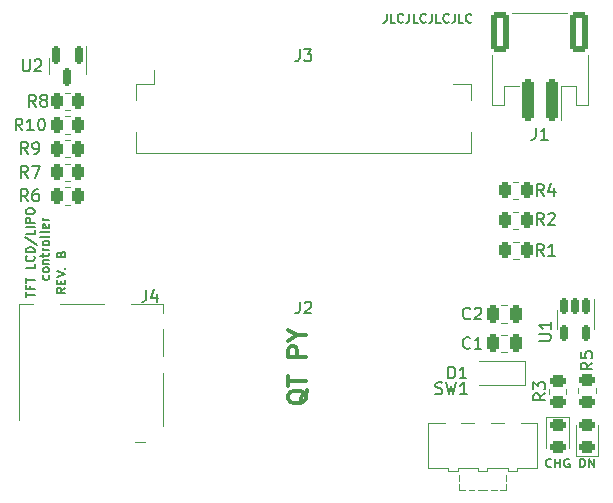
<source format=gbr>
%TF.GenerationSoftware,KiCad,Pcbnew,(6.0.6)*%
%TF.CreationDate,2022-12-15T15:37:10-06:00*%
%TF.ProjectId,Realm Card,5265616c-6d20-4436-9172-642e6b696361,A*%
%TF.SameCoordinates,Original*%
%TF.FileFunction,Legend,Top*%
%TF.FilePolarity,Positive*%
%FSLAX46Y46*%
G04 Gerber Fmt 4.6, Leading zero omitted, Abs format (unit mm)*
G04 Created by KiCad (PCBNEW (6.0.6)) date 2022-12-15 15:37:10*
%MOMM*%
%LPD*%
G01*
G04 APERTURE LIST*
G04 Aperture macros list*
%AMRoundRect*
0 Rectangle with rounded corners*
0 $1 Rounding radius*
0 $2 $3 $4 $5 $6 $7 $8 $9 X,Y pos of 4 corners*
0 Add a 4 corners polygon primitive as box body*
4,1,4,$2,$3,$4,$5,$6,$7,$8,$9,$2,$3,0*
0 Add four circle primitives for the rounded corners*
1,1,$1+$1,$2,$3*
1,1,$1+$1,$4,$5*
1,1,$1+$1,$6,$7*
1,1,$1+$1,$8,$9*
0 Add four rect primitives between the rounded corners*
20,1,$1+$1,$2,$3,$4,$5,0*
20,1,$1+$1,$4,$5,$6,$7,0*
20,1,$1+$1,$6,$7,$8,$9,0*
20,1,$1+$1,$8,$9,$2,$3,0*%
G04 Aperture macros list end*
%ADD10C,0.187500*%
%ADD11C,0.150000*%
%ADD12C,0.300000*%
%ADD13C,0.120000*%
%ADD14RoundRect,0.150000X-0.150000X0.587500X-0.150000X-0.587500X0.150000X-0.587500X0.150000X0.587500X0*%
%ADD15RoundRect,0.250000X0.262500X0.450000X-0.262500X0.450000X-0.262500X-0.450000X0.262500X-0.450000X0*%
%ADD16RoundRect,0.150000X-0.150000X0.512500X-0.150000X-0.512500X0.150000X-0.512500X0.150000X0.512500X0*%
%ADD17RoundRect,0.250000X-0.262500X-0.450000X0.262500X-0.450000X0.262500X0.450000X-0.262500X0.450000X0*%
%ADD18RoundRect,0.250000X-0.250000X-0.475000X0.250000X-0.475000X0.250000X0.475000X-0.250000X0.475000X0*%
%ADD19R,0.900000X1.200000*%
%ADD20RoundRect,0.243750X0.456250X-0.243750X0.456250X0.243750X-0.456250X0.243750X-0.456250X-0.243750X0*%
%ADD21R,0.850000X1.100000*%
%ADD22R,0.750000X1.100000*%
%ADD23R,1.200000X1.000000*%
%ADD24R,1.900000X1.350000*%
%ADD25R,1.170000X1.800000*%
%ADD26R,1.550000X1.350000*%
%ADD27RoundRect,0.250000X-0.450000X0.262500X-0.450000X-0.262500X0.450000X-0.262500X0.450000X0.262500X0*%
%ADD28RoundRect,0.250000X0.250000X1.500000X-0.250000X1.500000X-0.250000X-1.500000X0.250000X-1.500000X0*%
%ADD29RoundRect,0.250001X0.499999X1.449999X-0.499999X1.449999X-0.499999X-1.449999X0.499999X-1.449999X0*%
%ADD30C,0.900000*%
%ADD31R,1.250000X2.500000*%
%ADD32R,4.000000X1.700000*%
%ADD33R,0.300000X1.300000*%
%ADD34R,1.800000X2.200000*%
%ADD35RoundRect,0.243750X-0.456250X0.243750X-0.456250X-0.243750X0.456250X-0.243750X0.456250X0.243750X0*%
G04 APERTURE END LIST*
D10*
X48410714Y-39493285D02*
X48410714Y-38743285D01*
X48589285Y-38743285D01*
X48696428Y-38779000D01*
X48767857Y-38850428D01*
X48803571Y-38921857D01*
X48839285Y-39064714D01*
X48839285Y-39171857D01*
X48803571Y-39314714D01*
X48767857Y-39386142D01*
X48696428Y-39457571D01*
X48589285Y-39493285D01*
X48410714Y-39493285D01*
X49160714Y-39493285D02*
X49160714Y-38743285D01*
X49589285Y-39493285D01*
X49589285Y-38743285D01*
D11*
X32035714Y-1089285D02*
X32035714Y-1625000D01*
X32000000Y-1732142D01*
X31928571Y-1803571D01*
X31821428Y-1839285D01*
X31750000Y-1839285D01*
X32750000Y-1839285D02*
X32392857Y-1839285D01*
X32392857Y-1089285D01*
X33428571Y-1767857D02*
X33392857Y-1803571D01*
X33285714Y-1839285D01*
X33214285Y-1839285D01*
X33107142Y-1803571D01*
X33035714Y-1732142D01*
X33000000Y-1660714D01*
X32964285Y-1517857D01*
X32964285Y-1410714D01*
X33000000Y-1267857D01*
X33035714Y-1196428D01*
X33107142Y-1125000D01*
X33214285Y-1089285D01*
X33285714Y-1089285D01*
X33392857Y-1125000D01*
X33428571Y-1160714D01*
X33964285Y-1089285D02*
X33964285Y-1625000D01*
X33928571Y-1732142D01*
X33857142Y-1803571D01*
X33750000Y-1839285D01*
X33678571Y-1839285D01*
X34678571Y-1839285D02*
X34321428Y-1839285D01*
X34321428Y-1089285D01*
X35357142Y-1767857D02*
X35321428Y-1803571D01*
X35214285Y-1839285D01*
X35142857Y-1839285D01*
X35035714Y-1803571D01*
X34964285Y-1732142D01*
X34928571Y-1660714D01*
X34892857Y-1517857D01*
X34892857Y-1410714D01*
X34928571Y-1267857D01*
X34964285Y-1196428D01*
X35035714Y-1125000D01*
X35142857Y-1089285D01*
X35214285Y-1089285D01*
X35321428Y-1125000D01*
X35357142Y-1160714D01*
X35892857Y-1089285D02*
X35892857Y-1625000D01*
X35857142Y-1732142D01*
X35785714Y-1803571D01*
X35678571Y-1839285D01*
X35607142Y-1839285D01*
X36607142Y-1839285D02*
X36250000Y-1839285D01*
X36250000Y-1089285D01*
X37285714Y-1767857D02*
X37250000Y-1803571D01*
X37142857Y-1839285D01*
X37071428Y-1839285D01*
X36964285Y-1803571D01*
X36892857Y-1732142D01*
X36857142Y-1660714D01*
X36821428Y-1517857D01*
X36821428Y-1410714D01*
X36857142Y-1267857D01*
X36892857Y-1196428D01*
X36964285Y-1125000D01*
X37071428Y-1089285D01*
X37142857Y-1089285D01*
X37250000Y-1125000D01*
X37285714Y-1160714D01*
X37821428Y-1089285D02*
X37821428Y-1625000D01*
X37785714Y-1732142D01*
X37714285Y-1803571D01*
X37607142Y-1839285D01*
X37535714Y-1839285D01*
X38535714Y-1839285D02*
X38178571Y-1839285D01*
X38178571Y-1089285D01*
X39214285Y-1767857D02*
X39178571Y-1803571D01*
X39071428Y-1839285D01*
X39000000Y-1839285D01*
X38892857Y-1803571D01*
X38821428Y-1732142D01*
X38785714Y-1660714D01*
X38750000Y-1517857D01*
X38750000Y-1410714D01*
X38785714Y-1267857D01*
X38821428Y-1196428D01*
X38892857Y-1125000D01*
X39000000Y-1089285D01*
X39071428Y-1089285D01*
X39178571Y-1125000D01*
X39214285Y-1160714D01*
D12*
X25321428Y-32964285D02*
X25250000Y-33107142D01*
X25107142Y-33250000D01*
X24892857Y-33464285D01*
X24821428Y-33607142D01*
X24821428Y-33750000D01*
X25178571Y-33678571D02*
X25107142Y-33821428D01*
X24964285Y-33964285D01*
X24678571Y-34035714D01*
X24178571Y-34035714D01*
X23892857Y-33964285D01*
X23750000Y-33821428D01*
X23678571Y-33678571D01*
X23678571Y-33392857D01*
X23750000Y-33250000D01*
X23892857Y-33107142D01*
X24178571Y-33035714D01*
X24678571Y-33035714D01*
X24964285Y-33107142D01*
X25107142Y-33250000D01*
X25178571Y-33392857D01*
X25178571Y-33678571D01*
X23678571Y-32607142D02*
X23678571Y-31750000D01*
X25178571Y-32178571D02*
X23678571Y-32178571D01*
X25178571Y-30107142D02*
X23678571Y-30107142D01*
X23678571Y-29535714D01*
X23750000Y-29392857D01*
X23821428Y-29321428D01*
X23964285Y-29250000D01*
X24178571Y-29250000D01*
X24321428Y-29321428D01*
X24392857Y-29392857D01*
X24464285Y-29535714D01*
X24464285Y-30107142D01*
X24464285Y-28321428D02*
X25178571Y-28321428D01*
X23678571Y-28821428D02*
X24464285Y-28321428D01*
X23678571Y-27821428D01*
D10*
X1485535Y-25089285D02*
X1485535Y-24660714D01*
X2235535Y-24875000D02*
X1485535Y-24875000D01*
X1842678Y-24160714D02*
X1842678Y-24410714D01*
X2235535Y-24410714D02*
X1485535Y-24410714D01*
X1485535Y-24053571D01*
X1485535Y-23875000D02*
X1485535Y-23446428D01*
X2235535Y-23660714D02*
X1485535Y-23660714D01*
X2235535Y-22267857D02*
X2235535Y-22625000D01*
X1485535Y-22625000D01*
X2164107Y-21589285D02*
X2199821Y-21625000D01*
X2235535Y-21732142D01*
X2235535Y-21803571D01*
X2199821Y-21910714D01*
X2128392Y-21982142D01*
X2056964Y-22017857D01*
X1914107Y-22053571D01*
X1806964Y-22053571D01*
X1664107Y-22017857D01*
X1592678Y-21982142D01*
X1521250Y-21910714D01*
X1485535Y-21803571D01*
X1485535Y-21732142D01*
X1521250Y-21625000D01*
X1556964Y-21589285D01*
X2235535Y-21267857D02*
X1485535Y-21267857D01*
X1485535Y-21089285D01*
X1521250Y-20982142D01*
X1592678Y-20910714D01*
X1664107Y-20875000D01*
X1806964Y-20839285D01*
X1914107Y-20839285D01*
X2056964Y-20875000D01*
X2128392Y-20910714D01*
X2199821Y-20982142D01*
X2235535Y-21089285D01*
X2235535Y-21267857D01*
X1449821Y-19982142D02*
X2414107Y-20625000D01*
X2235535Y-19375000D02*
X2235535Y-19732142D01*
X1485535Y-19732142D01*
X2235535Y-19125000D02*
X1485535Y-19125000D01*
X2235535Y-18767857D02*
X1485535Y-18767857D01*
X1485535Y-18482142D01*
X1521250Y-18410714D01*
X1556964Y-18375000D01*
X1628392Y-18339285D01*
X1735535Y-18339285D01*
X1806964Y-18375000D01*
X1842678Y-18410714D01*
X1878392Y-18482142D01*
X1878392Y-18767857D01*
X1485535Y-17875000D02*
X1485535Y-17732142D01*
X1521250Y-17660714D01*
X1592678Y-17589285D01*
X1735535Y-17553571D01*
X1985535Y-17553571D01*
X2128392Y-17589285D01*
X2199821Y-17660714D01*
X2235535Y-17732142D01*
X2235535Y-17875000D01*
X2199821Y-17946428D01*
X2128392Y-18017857D01*
X1985535Y-18053571D01*
X1735535Y-18053571D01*
X1592678Y-18017857D01*
X1521250Y-17946428D01*
X1485535Y-17875000D01*
X3407321Y-23232142D02*
X3443035Y-23303571D01*
X3443035Y-23446428D01*
X3407321Y-23517857D01*
X3371607Y-23553571D01*
X3300178Y-23589285D01*
X3085892Y-23589285D01*
X3014464Y-23553571D01*
X2978750Y-23517857D01*
X2943035Y-23446428D01*
X2943035Y-23303571D01*
X2978750Y-23232142D01*
X3443035Y-22803571D02*
X3407321Y-22875000D01*
X3371607Y-22910714D01*
X3300178Y-22946428D01*
X3085892Y-22946428D01*
X3014464Y-22910714D01*
X2978750Y-22875000D01*
X2943035Y-22803571D01*
X2943035Y-22696428D01*
X2978750Y-22625000D01*
X3014464Y-22589285D01*
X3085892Y-22553571D01*
X3300178Y-22553571D01*
X3371607Y-22589285D01*
X3407321Y-22625000D01*
X3443035Y-22696428D01*
X3443035Y-22803571D01*
X2943035Y-22232142D02*
X3443035Y-22232142D01*
X3014464Y-22232142D02*
X2978750Y-22196428D01*
X2943035Y-22125000D01*
X2943035Y-22017857D01*
X2978750Y-21946428D01*
X3050178Y-21910714D01*
X3443035Y-21910714D01*
X2943035Y-21660714D02*
X2943035Y-21375000D01*
X2693035Y-21553571D02*
X3335892Y-21553571D01*
X3407321Y-21517857D01*
X3443035Y-21446428D01*
X3443035Y-21375000D01*
X3443035Y-21125000D02*
X2943035Y-21125000D01*
X3085892Y-21125000D02*
X3014464Y-21089285D01*
X2978750Y-21053571D01*
X2943035Y-20982142D01*
X2943035Y-20910714D01*
X3443035Y-20553571D02*
X3407321Y-20625000D01*
X3371607Y-20660714D01*
X3300178Y-20696428D01*
X3085892Y-20696428D01*
X3014464Y-20660714D01*
X2978750Y-20625000D01*
X2943035Y-20553571D01*
X2943035Y-20446428D01*
X2978750Y-20375000D01*
X3014464Y-20339285D01*
X3085892Y-20303571D01*
X3300178Y-20303571D01*
X3371607Y-20339285D01*
X3407321Y-20375000D01*
X3443035Y-20446428D01*
X3443035Y-20553571D01*
X3443035Y-19875000D02*
X3407321Y-19946428D01*
X3335892Y-19982142D01*
X2693035Y-19982142D01*
X3443035Y-19482142D02*
X3407321Y-19553571D01*
X3335892Y-19589285D01*
X2693035Y-19589285D01*
X3407321Y-18910714D02*
X3443035Y-18982142D01*
X3443035Y-19125000D01*
X3407321Y-19196428D01*
X3335892Y-19232142D01*
X3050178Y-19232142D01*
X2978750Y-19196428D01*
X2943035Y-19125000D01*
X2943035Y-18982142D01*
X2978750Y-18910714D01*
X3050178Y-18875000D01*
X3121607Y-18875000D01*
X3193035Y-19232142D01*
X3443035Y-18553571D02*
X2943035Y-18553571D01*
X3085892Y-18553571D02*
X3014464Y-18517857D01*
X2978750Y-18482142D01*
X2943035Y-18410714D01*
X2943035Y-18339285D01*
D11*
X4839285Y-24267857D02*
X4482142Y-24517857D01*
X4839285Y-24696428D02*
X4089285Y-24696428D01*
X4089285Y-24410714D01*
X4125000Y-24339285D01*
X4160714Y-24303571D01*
X4232142Y-24267857D01*
X4339285Y-24267857D01*
X4410714Y-24303571D01*
X4446428Y-24339285D01*
X4482142Y-24410714D01*
X4482142Y-24696428D01*
X4446428Y-23946428D02*
X4446428Y-23696428D01*
X4839285Y-23589285D02*
X4839285Y-23946428D01*
X4089285Y-23946428D01*
X4089285Y-23589285D01*
X4089285Y-23375000D02*
X4839285Y-23125000D01*
X4089285Y-22875000D01*
X4767857Y-22625000D02*
X4803571Y-22589285D01*
X4839285Y-22625000D01*
X4803571Y-22660714D01*
X4767857Y-22625000D01*
X4839285Y-22625000D01*
X4446428Y-21446428D02*
X4482142Y-21339285D01*
X4517857Y-21303571D01*
X4589285Y-21267857D01*
X4696428Y-21267857D01*
X4767857Y-21303571D01*
X4803571Y-21339285D01*
X4839285Y-21410714D01*
X4839285Y-21696428D01*
X4089285Y-21696428D01*
X4089285Y-21446428D01*
X4125000Y-21375000D01*
X4160714Y-21339285D01*
X4232142Y-21303571D01*
X4303571Y-21303571D01*
X4375000Y-21339285D01*
X4410714Y-21375000D01*
X4446428Y-21446428D01*
X4446428Y-21696428D01*
D10*
X45984285Y-39421857D02*
X45948571Y-39457571D01*
X45841428Y-39493285D01*
X45770000Y-39493285D01*
X45662857Y-39457571D01*
X45591428Y-39386142D01*
X45555714Y-39314714D01*
X45520000Y-39171857D01*
X45520000Y-39064714D01*
X45555714Y-38921857D01*
X45591428Y-38850428D01*
X45662857Y-38779000D01*
X45770000Y-38743285D01*
X45841428Y-38743285D01*
X45948571Y-38779000D01*
X45984285Y-38814714D01*
X46305714Y-39493285D02*
X46305714Y-38743285D01*
X46305714Y-39100428D02*
X46734285Y-39100428D01*
X46734285Y-39493285D02*
X46734285Y-38743285D01*
X47484285Y-38779000D02*
X47412857Y-38743285D01*
X47305714Y-38743285D01*
X47198571Y-38779000D01*
X47127142Y-38850428D01*
X47091428Y-38921857D01*
X47055714Y-39064714D01*
X47055714Y-39171857D01*
X47091428Y-39314714D01*
X47127142Y-39386142D01*
X47198571Y-39457571D01*
X47305714Y-39493285D01*
X47377142Y-39493285D01*
X47484285Y-39457571D01*
X47520000Y-39421857D01*
X47520000Y-39171857D01*
X47377142Y-39171857D01*
D11*
%TO.C,U2*%
X1238095Y-4952380D02*
X1238095Y-5761904D01*
X1285714Y-5857142D01*
X1333333Y-5904761D01*
X1428571Y-5952380D01*
X1619047Y-5952380D01*
X1714285Y-5904761D01*
X1761904Y-5857142D01*
X1809523Y-5761904D01*
X1809523Y-4952380D01*
X2238095Y-5047619D02*
X2285714Y-5000000D01*
X2380952Y-4952380D01*
X2619047Y-4952380D01*
X2714285Y-5000000D01*
X2761904Y-5047619D01*
X2809523Y-5142857D01*
X2809523Y-5238095D01*
X2761904Y-5380952D01*
X2190476Y-5952380D01*
X2809523Y-5952380D01*
%TO.C,R8*%
X2333333Y-8952380D02*
X2000000Y-8476190D01*
X1761904Y-8952380D02*
X1761904Y-7952380D01*
X2142857Y-7952380D01*
X2238095Y-8000000D01*
X2285714Y-8047619D01*
X2333333Y-8142857D01*
X2333333Y-8285714D01*
X2285714Y-8380952D01*
X2238095Y-8428571D01*
X2142857Y-8476190D01*
X1761904Y-8476190D01*
X2904761Y-8380952D02*
X2809523Y-8333333D01*
X2761904Y-8285714D01*
X2714285Y-8190476D01*
X2714285Y-8142857D01*
X2761904Y-8047619D01*
X2809523Y-8000000D01*
X2904761Y-7952380D01*
X3095238Y-7952380D01*
X3190476Y-8000000D01*
X3238095Y-8047619D01*
X3285714Y-8142857D01*
X3285714Y-8190476D01*
X3238095Y-8285714D01*
X3190476Y-8333333D01*
X3095238Y-8380952D01*
X2904761Y-8380952D01*
X2809523Y-8428571D01*
X2761904Y-8476190D01*
X2714285Y-8571428D01*
X2714285Y-8761904D01*
X2761904Y-8857142D01*
X2809523Y-8904761D01*
X2904761Y-8952380D01*
X3095238Y-8952380D01*
X3190476Y-8904761D01*
X3238095Y-8857142D01*
X3285714Y-8761904D01*
X3285714Y-8571428D01*
X3238095Y-8476190D01*
X3190476Y-8428571D01*
X3095238Y-8380952D01*
%TO.C,U1*%
X44952380Y-28761904D02*
X45761904Y-28761904D01*
X45857142Y-28714285D01*
X45904761Y-28666666D01*
X45952380Y-28571428D01*
X45952380Y-28380952D01*
X45904761Y-28285714D01*
X45857142Y-28238095D01*
X45761904Y-28190476D01*
X44952380Y-28190476D01*
X45952380Y-27190476D02*
X45952380Y-27761904D01*
X45952380Y-27476190D02*
X44952380Y-27476190D01*
X45095238Y-27571428D01*
X45190476Y-27666666D01*
X45238095Y-27761904D01*
%TO.C,R1*%
X45333333Y-21572380D02*
X45000000Y-21096190D01*
X44761904Y-21572380D02*
X44761904Y-20572380D01*
X45142857Y-20572380D01*
X45238095Y-20620000D01*
X45285714Y-20667619D01*
X45333333Y-20762857D01*
X45333333Y-20905714D01*
X45285714Y-21000952D01*
X45238095Y-21048571D01*
X45142857Y-21096190D01*
X44761904Y-21096190D01*
X46285714Y-21572380D02*
X45714285Y-21572380D01*
X46000000Y-21572380D02*
X46000000Y-20572380D01*
X45904761Y-20715238D01*
X45809523Y-20810476D01*
X45714285Y-20858095D01*
%TO.C,R2*%
X45333333Y-18952380D02*
X45000000Y-18476190D01*
X44761904Y-18952380D02*
X44761904Y-17952380D01*
X45142857Y-17952380D01*
X45238095Y-18000000D01*
X45285714Y-18047619D01*
X45333333Y-18142857D01*
X45333333Y-18285714D01*
X45285714Y-18380952D01*
X45238095Y-18428571D01*
X45142857Y-18476190D01*
X44761904Y-18476190D01*
X45714285Y-18047619D02*
X45761904Y-18000000D01*
X45857142Y-17952380D01*
X46095238Y-17952380D01*
X46190476Y-18000000D01*
X46238095Y-18047619D01*
X46285714Y-18142857D01*
X46285714Y-18238095D01*
X46238095Y-18380952D01*
X45666666Y-18952380D01*
X46285714Y-18952380D01*
%TO.C,R9*%
X1658333Y-12952380D02*
X1325000Y-12476190D01*
X1086904Y-12952380D02*
X1086904Y-11952380D01*
X1467857Y-11952380D01*
X1563095Y-12000000D01*
X1610714Y-12047619D01*
X1658333Y-12142857D01*
X1658333Y-12285714D01*
X1610714Y-12380952D01*
X1563095Y-12428571D01*
X1467857Y-12476190D01*
X1086904Y-12476190D01*
X2134523Y-12952380D02*
X2325000Y-12952380D01*
X2420238Y-12904761D01*
X2467857Y-12857142D01*
X2563095Y-12714285D01*
X2610714Y-12523809D01*
X2610714Y-12142857D01*
X2563095Y-12047619D01*
X2515476Y-12000000D01*
X2420238Y-11952380D01*
X2229761Y-11952380D01*
X2134523Y-12000000D01*
X2086904Y-12047619D01*
X2039285Y-12142857D01*
X2039285Y-12380952D01*
X2086904Y-12476190D01*
X2134523Y-12523809D01*
X2229761Y-12571428D01*
X2420238Y-12571428D01*
X2515476Y-12523809D01*
X2563095Y-12476190D01*
X2610714Y-12380952D01*
%TO.C,C1*%
X39105333Y-29357142D02*
X39057714Y-29404761D01*
X38914857Y-29452380D01*
X38819619Y-29452380D01*
X38676761Y-29404761D01*
X38581523Y-29309523D01*
X38533904Y-29214285D01*
X38486285Y-29023809D01*
X38486285Y-28880952D01*
X38533904Y-28690476D01*
X38581523Y-28595238D01*
X38676761Y-28500000D01*
X38819619Y-28452380D01*
X38914857Y-28452380D01*
X39057714Y-28500000D01*
X39105333Y-28547619D01*
X40057714Y-29452380D02*
X39486285Y-29452380D01*
X39772000Y-29452380D02*
X39772000Y-28452380D01*
X39676761Y-28595238D01*
X39581523Y-28690476D01*
X39486285Y-28738095D01*
%TO.C,R10*%
X1182142Y-10952380D02*
X848809Y-10476190D01*
X610714Y-10952380D02*
X610714Y-9952380D01*
X991666Y-9952380D01*
X1086904Y-10000000D01*
X1134523Y-10047619D01*
X1182142Y-10142857D01*
X1182142Y-10285714D01*
X1134523Y-10380952D01*
X1086904Y-10428571D01*
X991666Y-10476190D01*
X610714Y-10476190D01*
X2134523Y-10952380D02*
X1563095Y-10952380D01*
X1848809Y-10952380D02*
X1848809Y-9952380D01*
X1753571Y-10095238D01*
X1658333Y-10190476D01*
X1563095Y-10238095D01*
X2753571Y-9952380D02*
X2848809Y-9952380D01*
X2944047Y-10000000D01*
X2991666Y-10047619D01*
X3039285Y-10142857D01*
X3086904Y-10333333D01*
X3086904Y-10571428D01*
X3039285Y-10761904D01*
X2991666Y-10857142D01*
X2944047Y-10904761D01*
X2848809Y-10952380D01*
X2753571Y-10952380D01*
X2658333Y-10904761D01*
X2610714Y-10857142D01*
X2563095Y-10761904D01*
X2515476Y-10571428D01*
X2515476Y-10333333D01*
X2563095Y-10142857D01*
X2610714Y-10047619D01*
X2658333Y-10000000D01*
X2753571Y-9952380D01*
%TO.C,D1*%
X37261904Y-31952380D02*
X37261904Y-30952380D01*
X37500000Y-30952380D01*
X37642857Y-31000000D01*
X37738095Y-31095238D01*
X37785714Y-31190476D01*
X37833333Y-31380952D01*
X37833333Y-31523809D01*
X37785714Y-31714285D01*
X37738095Y-31809523D01*
X37642857Y-31904761D01*
X37500000Y-31952380D01*
X37261904Y-31952380D01*
X38785714Y-31952380D02*
X38214285Y-31952380D01*
X38500000Y-31952380D02*
X38500000Y-30952380D01*
X38404761Y-31095238D01*
X38309523Y-31190476D01*
X38214285Y-31238095D01*
%TO.C,R6*%
X1658333Y-16952380D02*
X1325000Y-16476190D01*
X1086904Y-16952380D02*
X1086904Y-15952380D01*
X1467857Y-15952380D01*
X1563095Y-16000000D01*
X1610714Y-16047619D01*
X1658333Y-16142857D01*
X1658333Y-16285714D01*
X1610714Y-16380952D01*
X1563095Y-16428571D01*
X1467857Y-16476190D01*
X1086904Y-16476190D01*
X2515476Y-15952380D02*
X2325000Y-15952380D01*
X2229761Y-16000000D01*
X2182142Y-16047619D01*
X2086904Y-16190476D01*
X2039285Y-16380952D01*
X2039285Y-16761904D01*
X2086904Y-16857142D01*
X2134523Y-16904761D01*
X2229761Y-16952380D01*
X2420238Y-16952380D01*
X2515476Y-16904761D01*
X2563095Y-16857142D01*
X2610714Y-16761904D01*
X2610714Y-16523809D01*
X2563095Y-16428571D01*
X2515476Y-16380952D01*
X2420238Y-16333333D01*
X2229761Y-16333333D01*
X2134523Y-16380952D01*
X2086904Y-16428571D01*
X2039285Y-16523809D01*
%TO.C,J4*%
X11666666Y-24452380D02*
X11666666Y-25166666D01*
X11619047Y-25309523D01*
X11523809Y-25404761D01*
X11380952Y-25452380D01*
X11285714Y-25452380D01*
X12571428Y-24785714D02*
X12571428Y-25452380D01*
X12333333Y-24404761D02*
X12095238Y-25119047D01*
X12714285Y-25119047D01*
%TO.C,R7*%
X1658333Y-14952380D02*
X1325000Y-14476190D01*
X1086904Y-14952380D02*
X1086904Y-13952380D01*
X1467857Y-13952380D01*
X1563095Y-14000000D01*
X1610714Y-14047619D01*
X1658333Y-14142857D01*
X1658333Y-14285714D01*
X1610714Y-14380952D01*
X1563095Y-14428571D01*
X1467857Y-14476190D01*
X1086904Y-14476190D01*
X1991666Y-13952380D02*
X2658333Y-13952380D01*
X2229761Y-14952380D01*
%TO.C,R3*%
X45452380Y-33224666D02*
X44976190Y-33558000D01*
X45452380Y-33796095D02*
X44452380Y-33796095D01*
X44452380Y-33415142D01*
X44500000Y-33319904D01*
X44547619Y-33272285D01*
X44642857Y-33224666D01*
X44785714Y-33224666D01*
X44880952Y-33272285D01*
X44928571Y-33319904D01*
X44976190Y-33415142D01*
X44976190Y-33796095D01*
X44452380Y-32891333D02*
X44452380Y-32272285D01*
X44833333Y-32605619D01*
X44833333Y-32462761D01*
X44880952Y-32367523D01*
X44928571Y-32319904D01*
X45023809Y-32272285D01*
X45261904Y-32272285D01*
X45357142Y-32319904D01*
X45404761Y-32367523D01*
X45452380Y-32462761D01*
X45452380Y-32748476D01*
X45404761Y-32843714D01*
X45357142Y-32891333D01*
%TO.C,J1*%
X44666666Y-10752380D02*
X44666666Y-11466666D01*
X44619047Y-11609523D01*
X44523809Y-11704761D01*
X44380952Y-11752380D01*
X44285714Y-11752380D01*
X45666666Y-11752380D02*
X45095238Y-11752380D01*
X45380952Y-11752380D02*
X45380952Y-10752380D01*
X45285714Y-10895238D01*
X45190476Y-10990476D01*
X45095238Y-11038095D01*
%TO.C,SW1*%
X36166666Y-33234761D02*
X36309523Y-33282380D01*
X36547619Y-33282380D01*
X36642857Y-33234761D01*
X36690476Y-33187142D01*
X36738095Y-33091904D01*
X36738095Y-32996666D01*
X36690476Y-32901428D01*
X36642857Y-32853809D01*
X36547619Y-32806190D01*
X36357142Y-32758571D01*
X36261904Y-32710952D01*
X36214285Y-32663333D01*
X36166666Y-32568095D01*
X36166666Y-32472857D01*
X36214285Y-32377619D01*
X36261904Y-32330000D01*
X36357142Y-32282380D01*
X36595238Y-32282380D01*
X36738095Y-32330000D01*
X37071428Y-32282380D02*
X37309523Y-33282380D01*
X37500000Y-32568095D01*
X37690476Y-33282380D01*
X37928571Y-32282380D01*
X38833333Y-33282380D02*
X38261904Y-33282380D01*
X38547619Y-33282380D02*
X38547619Y-32282380D01*
X38452380Y-32425238D01*
X38357142Y-32520476D01*
X38261904Y-32568095D01*
%TO.C,J2*%
X24666666Y-25452380D02*
X24666666Y-26166666D01*
X24619047Y-26309523D01*
X24523809Y-26404761D01*
X24380952Y-26452380D01*
X24285714Y-26452380D01*
X25095238Y-25547619D02*
X25142857Y-25500000D01*
X25238095Y-25452380D01*
X25476190Y-25452380D01*
X25571428Y-25500000D01*
X25619047Y-25547619D01*
X25666666Y-25642857D01*
X25666666Y-25738095D01*
X25619047Y-25880952D01*
X25047619Y-26452380D01*
X25666666Y-26452380D01*
%TO.C,R4*%
X45333333Y-16492380D02*
X45000000Y-16016190D01*
X44761904Y-16492380D02*
X44761904Y-15492380D01*
X45142857Y-15492380D01*
X45238095Y-15540000D01*
X45285714Y-15587619D01*
X45333333Y-15682857D01*
X45333333Y-15825714D01*
X45285714Y-15920952D01*
X45238095Y-15968571D01*
X45142857Y-16016190D01*
X44761904Y-16016190D01*
X46190476Y-15825714D02*
X46190476Y-16492380D01*
X45952380Y-15444761D02*
X45714285Y-16159047D01*
X46333333Y-16159047D01*
%TO.C,C2*%
X39105333Y-26857142D02*
X39057714Y-26904761D01*
X38914857Y-26952380D01*
X38819619Y-26952380D01*
X38676761Y-26904761D01*
X38581523Y-26809523D01*
X38533904Y-26714285D01*
X38486285Y-26523809D01*
X38486285Y-26380952D01*
X38533904Y-26190476D01*
X38581523Y-26095238D01*
X38676761Y-26000000D01*
X38819619Y-25952380D01*
X38914857Y-25952380D01*
X39057714Y-26000000D01*
X39105333Y-26047619D01*
X39486285Y-26047619D02*
X39533904Y-26000000D01*
X39629142Y-25952380D01*
X39867238Y-25952380D01*
X39962476Y-26000000D01*
X40010095Y-26047619D01*
X40057714Y-26142857D01*
X40057714Y-26238095D01*
X40010095Y-26380952D01*
X39438666Y-26952380D01*
X40057714Y-26952380D01*
%TO.C,J3*%
X24666666Y-4092380D02*
X24666666Y-4806666D01*
X24619047Y-4949523D01*
X24523809Y-5044761D01*
X24380952Y-5092380D01*
X24285714Y-5092380D01*
X25047619Y-4092380D02*
X25666666Y-4092380D01*
X25333333Y-4473333D01*
X25476190Y-4473333D01*
X25571428Y-4520952D01*
X25619047Y-4568571D01*
X25666666Y-4663809D01*
X25666666Y-4901904D01*
X25619047Y-4997142D01*
X25571428Y-5044761D01*
X25476190Y-5092380D01*
X25190476Y-5092380D01*
X25095238Y-5044761D01*
X25047619Y-4997142D01*
%TO.C,R5*%
X49452380Y-30626666D02*
X48976190Y-30960000D01*
X49452380Y-31198095D02*
X48452380Y-31198095D01*
X48452380Y-30817142D01*
X48500000Y-30721904D01*
X48547619Y-30674285D01*
X48642857Y-30626666D01*
X48785714Y-30626666D01*
X48880952Y-30674285D01*
X48928571Y-30721904D01*
X48976190Y-30817142D01*
X48976190Y-31198095D01*
X48452380Y-29721904D02*
X48452380Y-30198095D01*
X48928571Y-30245714D01*
X48880952Y-30198095D01*
X48833333Y-30102857D01*
X48833333Y-29864761D01*
X48880952Y-29769523D01*
X48928571Y-29721904D01*
X49023809Y-29674285D01*
X49261904Y-29674285D01*
X49357142Y-29721904D01*
X49404761Y-29769523D01*
X49452380Y-29864761D01*
X49452380Y-30102857D01*
X49404761Y-30198095D01*
X49357142Y-30245714D01*
D13*
%TO.C,U2*%
X3440000Y-5500000D02*
X3440000Y-4850000D01*
X6560000Y-5500000D02*
X6560000Y-3825000D01*
X3440000Y-5500000D02*
X3440000Y-6150000D01*
X6560000Y-5500000D02*
X6560000Y-6150000D01*
%TO.C,R8*%
X5227064Y-9235000D02*
X4772936Y-9235000D01*
X5227064Y-7765000D02*
X4772936Y-7765000D01*
%TO.C,U1*%
X46440000Y-27000000D02*
X46440000Y-26200000D01*
X49560000Y-27000000D02*
X49560000Y-27800000D01*
X46440000Y-27000000D02*
X46440000Y-27800000D01*
X49560000Y-27000000D02*
X49560000Y-25200000D01*
%TO.C,R1*%
X42772936Y-20385000D02*
X43227064Y-20385000D01*
X42772936Y-21855000D02*
X43227064Y-21855000D01*
%TO.C,R2*%
X43189564Y-19315000D02*
X42735436Y-19315000D01*
X43189564Y-17845000D02*
X42735436Y-17845000D01*
%TO.C,R9*%
X4772936Y-13235000D02*
X5227064Y-13235000D01*
X4772936Y-11765000D02*
X5227064Y-11765000D01*
%TO.C,C1*%
X41738748Y-28265000D02*
X42261252Y-28265000D01*
X41738748Y-29735000D02*
X42261252Y-29735000D01*
%TO.C,R10*%
X4772936Y-9765000D02*
X5227064Y-9765000D01*
X4772936Y-11235000D02*
X5227064Y-11235000D01*
%TO.C,D1*%
X43750000Y-30500000D02*
X39850000Y-30500000D01*
X43750000Y-32500000D02*
X39850000Y-32500000D01*
X43750000Y-32500000D02*
X43750000Y-30500000D01*
%TO.C,R6*%
X4772936Y-17235000D02*
X5227064Y-17235000D01*
X4772936Y-15765000D02*
X5227064Y-15765000D01*
%TO.C,D2*%
X48040000Y-38553000D02*
X49960000Y-38553000D01*
X49960000Y-38553000D02*
X49960000Y-35868000D01*
X48040000Y-35868000D02*
X48040000Y-38553000D01*
%TO.C,J4*%
X11590000Y-37320000D02*
X10730000Y-37320000D01*
X890000Y-25680000D02*
X890000Y-35500000D01*
X13070000Y-35950000D02*
X13070000Y-31500000D01*
X13070000Y-30100000D02*
X13070000Y-27800000D01*
X8090000Y-25680000D02*
X4420000Y-25680000D01*
X13070000Y-25680000D02*
X10390000Y-25680000D01*
X13070000Y-26400000D02*
X13070000Y-25680000D01*
X2120000Y-25680000D02*
X890000Y-25680000D01*
%TO.C,R7*%
X4772936Y-15235000D02*
X5227064Y-15235000D01*
X4772936Y-13765000D02*
X5227064Y-13765000D01*
%TO.C,R3*%
X45765000Y-32830936D02*
X45765000Y-33285064D01*
X47235000Y-32830936D02*
X47235000Y-33285064D01*
%TO.C,J1*%
X49060000Y-4560000D02*
X49060000Y-8810000D01*
X49060000Y-8810000D02*
X48040000Y-8810000D01*
X48040000Y-7210000D02*
X46760000Y-7210000D01*
X41960000Y-7210000D02*
X43240000Y-7210000D01*
X48040000Y-8810000D02*
X48040000Y-7210000D01*
X40940000Y-4560000D02*
X40940000Y-8810000D01*
X46760000Y-7210000D02*
X46760000Y-10100000D01*
X47340000Y-990000D02*
X42660000Y-990000D01*
X41960000Y-8810000D02*
X41960000Y-7210000D01*
X40940000Y-8810000D02*
X41960000Y-8810000D01*
%TO.C,SW1*%
X38170000Y-41430000D02*
X38670000Y-41430000D01*
X35570000Y-39530000D02*
X35570000Y-39530000D01*
X38070000Y-39830000D02*
X37270000Y-39830000D01*
X38170000Y-40930000D02*
X38170000Y-40930000D01*
X39770000Y-39830000D02*
X39770000Y-39530000D01*
X44770000Y-39530000D02*
X43070000Y-39530000D01*
X40570000Y-39530000D02*
X40570000Y-39830000D01*
X38170000Y-41430000D02*
X38170000Y-40930000D01*
X39770000Y-39530000D02*
X38070000Y-39530000D01*
X43070000Y-39830000D02*
X42270000Y-39830000D01*
X43370000Y-35730000D02*
X44770000Y-35730000D01*
X42170000Y-41430000D02*
X41670000Y-41430000D01*
X40870000Y-35730000D02*
X40870000Y-35730000D01*
X38670000Y-41430000D02*
X38670000Y-41430000D01*
X38970000Y-41430000D02*
X39470000Y-41430000D01*
X37270000Y-39830000D02*
X37270000Y-39530000D01*
X37270000Y-39530000D02*
X35570000Y-39530000D01*
X42170000Y-40930000D02*
X42170000Y-40930000D01*
X40870000Y-41430000D02*
X40870000Y-41430000D01*
X38170000Y-40630000D02*
X38170000Y-40130000D01*
X38370000Y-35730000D02*
X38370000Y-35730000D01*
X38170000Y-40130000D02*
X38170000Y-40130000D01*
X39770000Y-41430000D02*
X39770000Y-41430000D01*
X41970000Y-35730000D02*
X40870000Y-35730000D01*
X41670000Y-41430000D02*
X41670000Y-41430000D01*
X42270000Y-39830000D02*
X42270000Y-39530000D01*
X41370000Y-41430000D02*
X40870000Y-41430000D01*
X35570000Y-35730000D02*
X36970000Y-35730000D01*
X39470000Y-41430000D02*
X39470000Y-41430000D01*
X42170000Y-40630000D02*
X42170000Y-40130000D01*
X35570000Y-39530000D02*
X35570000Y-35730000D01*
X38070000Y-39530000D02*
X38070000Y-39830000D01*
X43070000Y-39530000D02*
X43070000Y-39830000D01*
X42170000Y-40130000D02*
X42170000Y-40130000D01*
X44770000Y-35730000D02*
X44770000Y-39530000D01*
X39470000Y-35730000D02*
X38370000Y-35730000D01*
X42270000Y-39530000D02*
X40570000Y-39530000D01*
X40570000Y-39830000D02*
X39770000Y-39830000D01*
X40570000Y-41430000D02*
X39770000Y-41430000D01*
X42170000Y-41430000D02*
X42170000Y-40930000D01*
%TO.C,R4*%
X42735436Y-15305000D02*
X43189564Y-15305000D01*
X42735436Y-16775000D02*
X43189564Y-16775000D01*
%TO.C,C2*%
X41738748Y-27235000D02*
X42261252Y-27235000D01*
X41738748Y-25765000D02*
X42261252Y-25765000D01*
%TO.C,J3*%
X12340000Y-7040000D02*
X10850000Y-7040000D01*
X39150000Y-7040000D02*
X39150000Y-8380000D01*
X10850000Y-11100000D02*
X10850000Y-12840000D01*
X10850000Y-7040000D02*
X10850000Y-8380000D01*
X12340000Y-7040000D02*
X12340000Y-5840000D01*
X39150000Y-12840000D02*
X39150000Y-11100000D01*
X37660000Y-7040000D02*
X39150000Y-7040000D01*
X10850000Y-12840000D02*
X39150000Y-12840000D01*
%TO.C,D3*%
X47460000Y-35183000D02*
X45540000Y-35183000D01*
X45540000Y-35183000D02*
X45540000Y-37868000D01*
X47460000Y-37868000D02*
X47460000Y-35183000D01*
%TO.C,R5*%
X48265000Y-32772936D02*
X48265000Y-33227064D01*
X49735000Y-32772936D02*
X49735000Y-33227064D01*
%TD*%
%LPC*%
D14*
%TO.C,U2*%
X5000000Y-6437500D03*
X4050000Y-4562500D03*
X5950000Y-4562500D03*
%TD*%
D15*
%TO.C,R8*%
X5912500Y-8500000D03*
X4087500Y-8500000D03*
%TD*%
D16*
%TO.C,U1*%
X48950000Y-25862500D03*
X48000000Y-25862500D03*
X47050000Y-25862500D03*
X47050000Y-28137500D03*
X48950000Y-28137500D03*
%TD*%
D17*
%TO.C,R1*%
X42087500Y-21120000D03*
X43912500Y-21120000D03*
%TD*%
D15*
%TO.C,R2*%
X43875000Y-18580000D03*
X42050000Y-18580000D03*
%TD*%
D17*
%TO.C,R9*%
X4087500Y-12500000D03*
X5912500Y-12500000D03*
%TD*%
D18*
%TO.C,C1*%
X41050000Y-29000000D03*
X42950000Y-29000000D03*
%TD*%
D17*
%TO.C,R10*%
X4087500Y-10500000D03*
X5912500Y-10500000D03*
%TD*%
D19*
%TO.C,D1*%
X43150000Y-31500000D03*
X39850000Y-31500000D03*
%TD*%
D17*
%TO.C,R6*%
X4087500Y-16500000D03*
X5912500Y-16500000D03*
%TD*%
D20*
%TO.C,D2*%
X49000000Y-37805500D03*
X49000000Y-35930500D03*
%TD*%
D21*
%TO.C,J4*%
X10105000Y-36950000D03*
X9005000Y-36950000D03*
X7905000Y-36950000D03*
X6805000Y-36950000D03*
X5705000Y-36950000D03*
X4605000Y-36950000D03*
X3505000Y-36950000D03*
D22*
X2455000Y-36950000D03*
D23*
X12740000Y-30800000D03*
X12740000Y-27100000D03*
D24*
X3270000Y-26125000D03*
D25*
X1245000Y-36600000D03*
D26*
X12565000Y-36825000D03*
D24*
X9240000Y-26125000D03*
%TD*%
D17*
%TO.C,R7*%
X4087500Y-14500000D03*
X5912500Y-14500000D03*
%TD*%
D27*
%TO.C,R3*%
X46500000Y-32145500D03*
X46500000Y-33970500D03*
%TD*%
D28*
%TO.C,J1*%
X46000000Y-8350000D03*
X44000000Y-8350000D03*
D29*
X48350000Y-2600000D03*
X41650000Y-2600000D03*
%TD*%
D30*
%TO.C,SW1*%
X43570000Y-37630000D03*
X36770000Y-37630000D03*
D31*
X37670000Y-34880000D03*
X40170000Y-34880000D03*
X42670000Y-34880000D03*
%TD*%
D32*
%TO.C,J2*%
X16380000Y-22380000D03*
X16380000Y-24920000D03*
X16380000Y-27460000D03*
X16380000Y-30000000D03*
X16380000Y-32540000D03*
X16380000Y-35080000D03*
X16380000Y-37620000D03*
X33620000Y-22380000D03*
X33620000Y-24920000D03*
X33620000Y-27460000D03*
X33620000Y-30000000D03*
X33620000Y-32540000D03*
X33620000Y-35080000D03*
X33620000Y-37620000D03*
%TD*%
D17*
%TO.C,R4*%
X42050000Y-16040000D03*
X43875000Y-16040000D03*
%TD*%
D18*
%TO.C,C2*%
X41050000Y-26500000D03*
X42950000Y-26500000D03*
%TD*%
D33*
%TO.C,J3*%
X12750000Y-6490000D03*
X13250000Y-6490000D03*
X13750000Y-6490000D03*
X14250000Y-6490000D03*
X14750000Y-6490000D03*
X15250000Y-6490000D03*
X15750000Y-6490000D03*
X16250000Y-6490000D03*
X16750000Y-6490000D03*
X17250000Y-6490000D03*
X17750000Y-6490000D03*
X18250000Y-6490000D03*
X18750000Y-6490000D03*
X19250000Y-6490000D03*
X19750000Y-6490000D03*
X20250000Y-6490000D03*
X20750000Y-6490000D03*
X21250000Y-6490000D03*
X21750000Y-6490000D03*
X22250000Y-6490000D03*
X22750000Y-6490000D03*
X23250000Y-6490000D03*
X23750000Y-6490000D03*
X24250000Y-6490000D03*
X24750000Y-6490000D03*
X25250000Y-6490000D03*
X25750000Y-6490000D03*
X26250000Y-6490000D03*
X26750000Y-6490000D03*
X27250000Y-6490000D03*
X27750000Y-6490000D03*
X28250000Y-6490000D03*
X28750000Y-6490000D03*
X29250000Y-6490000D03*
X29750000Y-6490000D03*
X30250000Y-6490000D03*
X30750000Y-6490000D03*
X31250000Y-6490000D03*
X31750000Y-6490000D03*
X32250000Y-6490000D03*
X32750000Y-6490000D03*
X33250000Y-6490000D03*
X33750000Y-6490000D03*
X34250000Y-6490000D03*
X34750000Y-6490000D03*
X35250000Y-6490000D03*
X35750000Y-6490000D03*
X36250000Y-6490000D03*
X36750000Y-6490000D03*
X37250000Y-6490000D03*
D34*
X39150000Y-9740000D03*
X10850000Y-9740000D03*
%TD*%
D35*
%TO.C,D3*%
X46500000Y-35930500D03*
X46500000Y-37805500D03*
%TD*%
D27*
%TO.C,R5*%
X49000000Y-32087500D03*
X49000000Y-33912500D03*
%TD*%
M02*

</source>
